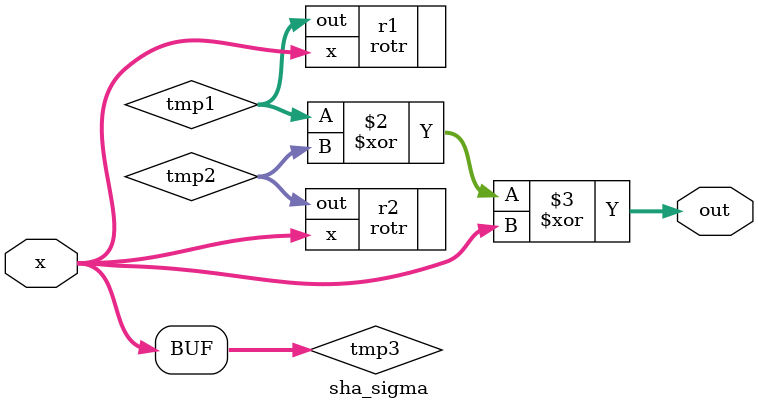
<source format=sv>
module sha_sigma #(parameter i1=0, i2=0, i3=0) (input logic[31:0] x,
output logic[31:0] out);

logic[31:0] tmp1;
logic[31:0] tmp2;
logic[31:0] tmp3;

rotr #(.OFFSET(i1)) r1 (.x,.out(tmp1));
rotr #(.OFFSET(i2)) r2 (.x,.out(tmp2));
assign tmp3 = x >> i3;

assign out= tmp1 ^ tmp2 ^ tmp3;

endmodule

</source>
